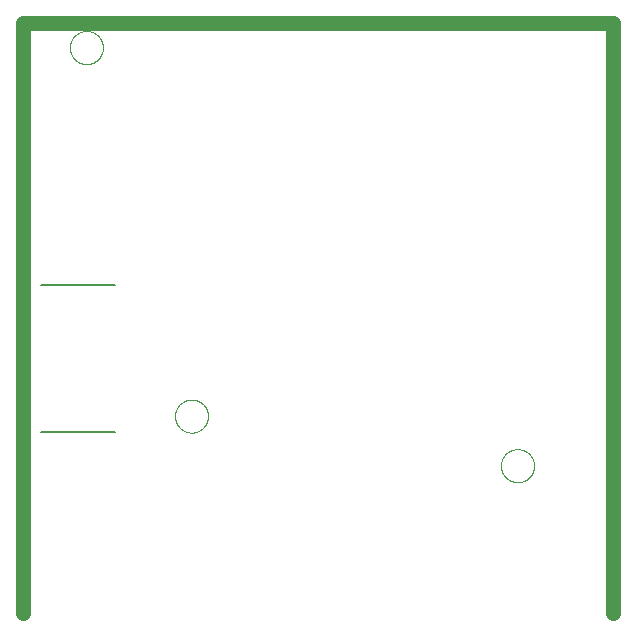
<source format=gbo>
G75*
%MOIN*%
%OFA0B0*%
%FSLAX25Y25*%
%IPPOS*%
%LPD*%
%AMOC8*
5,1,8,0,0,1.08239X$1,22.5*
%
%ADD10C,0.05000*%
%ADD11C,0.00000*%
%ADD12C,0.00500*%
D10*
X0012331Y0032803D02*
X0012331Y0229654D01*
X0209181Y0229654D01*
X0209181Y0032803D01*
D11*
X0171779Y0082016D02*
X0171781Y0082164D01*
X0171787Y0082312D01*
X0171797Y0082460D01*
X0171811Y0082607D01*
X0171829Y0082754D01*
X0171850Y0082900D01*
X0171876Y0083046D01*
X0171906Y0083191D01*
X0171939Y0083335D01*
X0171977Y0083478D01*
X0172018Y0083620D01*
X0172063Y0083761D01*
X0172111Y0083901D01*
X0172164Y0084040D01*
X0172220Y0084177D01*
X0172280Y0084312D01*
X0172343Y0084446D01*
X0172410Y0084578D01*
X0172481Y0084708D01*
X0172555Y0084836D01*
X0172632Y0084962D01*
X0172713Y0085086D01*
X0172797Y0085208D01*
X0172884Y0085327D01*
X0172975Y0085444D01*
X0173069Y0085559D01*
X0173165Y0085671D01*
X0173265Y0085781D01*
X0173367Y0085887D01*
X0173473Y0085991D01*
X0173581Y0086092D01*
X0173692Y0086190D01*
X0173805Y0086286D01*
X0173921Y0086378D01*
X0174039Y0086467D01*
X0174160Y0086552D01*
X0174283Y0086635D01*
X0174408Y0086714D01*
X0174535Y0086790D01*
X0174664Y0086862D01*
X0174795Y0086931D01*
X0174928Y0086996D01*
X0175063Y0087057D01*
X0175199Y0087115D01*
X0175336Y0087170D01*
X0175475Y0087220D01*
X0175616Y0087267D01*
X0175757Y0087310D01*
X0175900Y0087350D01*
X0176044Y0087385D01*
X0176188Y0087417D01*
X0176334Y0087444D01*
X0176480Y0087468D01*
X0176627Y0087488D01*
X0176774Y0087504D01*
X0176921Y0087516D01*
X0177069Y0087524D01*
X0177217Y0087528D01*
X0177365Y0087528D01*
X0177513Y0087524D01*
X0177661Y0087516D01*
X0177808Y0087504D01*
X0177955Y0087488D01*
X0178102Y0087468D01*
X0178248Y0087444D01*
X0178394Y0087417D01*
X0178538Y0087385D01*
X0178682Y0087350D01*
X0178825Y0087310D01*
X0178966Y0087267D01*
X0179107Y0087220D01*
X0179246Y0087170D01*
X0179383Y0087115D01*
X0179519Y0087057D01*
X0179654Y0086996D01*
X0179787Y0086931D01*
X0179918Y0086862D01*
X0180047Y0086790D01*
X0180174Y0086714D01*
X0180299Y0086635D01*
X0180422Y0086552D01*
X0180543Y0086467D01*
X0180661Y0086378D01*
X0180777Y0086286D01*
X0180890Y0086190D01*
X0181001Y0086092D01*
X0181109Y0085991D01*
X0181215Y0085887D01*
X0181317Y0085781D01*
X0181417Y0085671D01*
X0181513Y0085559D01*
X0181607Y0085444D01*
X0181698Y0085327D01*
X0181785Y0085208D01*
X0181869Y0085086D01*
X0181950Y0084962D01*
X0182027Y0084836D01*
X0182101Y0084708D01*
X0182172Y0084578D01*
X0182239Y0084446D01*
X0182302Y0084312D01*
X0182362Y0084177D01*
X0182418Y0084040D01*
X0182471Y0083901D01*
X0182519Y0083761D01*
X0182564Y0083620D01*
X0182605Y0083478D01*
X0182643Y0083335D01*
X0182676Y0083191D01*
X0182706Y0083046D01*
X0182732Y0082900D01*
X0182753Y0082754D01*
X0182771Y0082607D01*
X0182785Y0082460D01*
X0182795Y0082312D01*
X0182801Y0082164D01*
X0182803Y0082016D01*
X0182801Y0081868D01*
X0182795Y0081720D01*
X0182785Y0081572D01*
X0182771Y0081425D01*
X0182753Y0081278D01*
X0182732Y0081132D01*
X0182706Y0080986D01*
X0182676Y0080841D01*
X0182643Y0080697D01*
X0182605Y0080554D01*
X0182564Y0080412D01*
X0182519Y0080271D01*
X0182471Y0080131D01*
X0182418Y0079992D01*
X0182362Y0079855D01*
X0182302Y0079720D01*
X0182239Y0079586D01*
X0182172Y0079454D01*
X0182101Y0079324D01*
X0182027Y0079196D01*
X0181950Y0079070D01*
X0181869Y0078946D01*
X0181785Y0078824D01*
X0181698Y0078705D01*
X0181607Y0078588D01*
X0181513Y0078473D01*
X0181417Y0078361D01*
X0181317Y0078251D01*
X0181215Y0078145D01*
X0181109Y0078041D01*
X0181001Y0077940D01*
X0180890Y0077842D01*
X0180777Y0077746D01*
X0180661Y0077654D01*
X0180543Y0077565D01*
X0180422Y0077480D01*
X0180299Y0077397D01*
X0180174Y0077318D01*
X0180047Y0077242D01*
X0179918Y0077170D01*
X0179787Y0077101D01*
X0179654Y0077036D01*
X0179519Y0076975D01*
X0179383Y0076917D01*
X0179246Y0076862D01*
X0179107Y0076812D01*
X0178966Y0076765D01*
X0178825Y0076722D01*
X0178682Y0076682D01*
X0178538Y0076647D01*
X0178394Y0076615D01*
X0178248Y0076588D01*
X0178102Y0076564D01*
X0177955Y0076544D01*
X0177808Y0076528D01*
X0177661Y0076516D01*
X0177513Y0076508D01*
X0177365Y0076504D01*
X0177217Y0076504D01*
X0177069Y0076508D01*
X0176921Y0076516D01*
X0176774Y0076528D01*
X0176627Y0076544D01*
X0176480Y0076564D01*
X0176334Y0076588D01*
X0176188Y0076615D01*
X0176044Y0076647D01*
X0175900Y0076682D01*
X0175757Y0076722D01*
X0175616Y0076765D01*
X0175475Y0076812D01*
X0175336Y0076862D01*
X0175199Y0076917D01*
X0175063Y0076975D01*
X0174928Y0077036D01*
X0174795Y0077101D01*
X0174664Y0077170D01*
X0174535Y0077242D01*
X0174408Y0077318D01*
X0174283Y0077397D01*
X0174160Y0077480D01*
X0174039Y0077565D01*
X0173921Y0077654D01*
X0173805Y0077746D01*
X0173692Y0077842D01*
X0173581Y0077940D01*
X0173473Y0078041D01*
X0173367Y0078145D01*
X0173265Y0078251D01*
X0173165Y0078361D01*
X0173069Y0078473D01*
X0172975Y0078588D01*
X0172884Y0078705D01*
X0172797Y0078824D01*
X0172713Y0078946D01*
X0172632Y0079070D01*
X0172555Y0079196D01*
X0172481Y0079324D01*
X0172410Y0079454D01*
X0172343Y0079586D01*
X0172280Y0079720D01*
X0172220Y0079855D01*
X0172164Y0079992D01*
X0172111Y0080131D01*
X0172063Y0080271D01*
X0172018Y0080412D01*
X0171977Y0080554D01*
X0171939Y0080697D01*
X0171906Y0080841D01*
X0171876Y0080986D01*
X0171850Y0081132D01*
X0171829Y0081278D01*
X0171811Y0081425D01*
X0171797Y0081572D01*
X0171787Y0081720D01*
X0171781Y0081868D01*
X0171779Y0082016D01*
X0063118Y0098551D02*
X0063120Y0098699D01*
X0063126Y0098847D01*
X0063136Y0098995D01*
X0063150Y0099142D01*
X0063168Y0099289D01*
X0063189Y0099435D01*
X0063215Y0099581D01*
X0063245Y0099726D01*
X0063278Y0099870D01*
X0063316Y0100013D01*
X0063357Y0100155D01*
X0063402Y0100296D01*
X0063450Y0100436D01*
X0063503Y0100575D01*
X0063559Y0100712D01*
X0063619Y0100847D01*
X0063682Y0100981D01*
X0063749Y0101113D01*
X0063820Y0101243D01*
X0063894Y0101371D01*
X0063971Y0101497D01*
X0064052Y0101621D01*
X0064136Y0101743D01*
X0064223Y0101862D01*
X0064314Y0101979D01*
X0064408Y0102094D01*
X0064504Y0102206D01*
X0064604Y0102316D01*
X0064706Y0102422D01*
X0064812Y0102526D01*
X0064920Y0102627D01*
X0065031Y0102725D01*
X0065144Y0102821D01*
X0065260Y0102913D01*
X0065378Y0103002D01*
X0065499Y0103087D01*
X0065622Y0103170D01*
X0065747Y0103249D01*
X0065874Y0103325D01*
X0066003Y0103397D01*
X0066134Y0103466D01*
X0066267Y0103531D01*
X0066402Y0103592D01*
X0066538Y0103650D01*
X0066675Y0103705D01*
X0066814Y0103755D01*
X0066955Y0103802D01*
X0067096Y0103845D01*
X0067239Y0103885D01*
X0067383Y0103920D01*
X0067527Y0103952D01*
X0067673Y0103979D01*
X0067819Y0104003D01*
X0067966Y0104023D01*
X0068113Y0104039D01*
X0068260Y0104051D01*
X0068408Y0104059D01*
X0068556Y0104063D01*
X0068704Y0104063D01*
X0068852Y0104059D01*
X0069000Y0104051D01*
X0069147Y0104039D01*
X0069294Y0104023D01*
X0069441Y0104003D01*
X0069587Y0103979D01*
X0069733Y0103952D01*
X0069877Y0103920D01*
X0070021Y0103885D01*
X0070164Y0103845D01*
X0070305Y0103802D01*
X0070446Y0103755D01*
X0070585Y0103705D01*
X0070722Y0103650D01*
X0070858Y0103592D01*
X0070993Y0103531D01*
X0071126Y0103466D01*
X0071257Y0103397D01*
X0071386Y0103325D01*
X0071513Y0103249D01*
X0071638Y0103170D01*
X0071761Y0103087D01*
X0071882Y0103002D01*
X0072000Y0102913D01*
X0072116Y0102821D01*
X0072229Y0102725D01*
X0072340Y0102627D01*
X0072448Y0102526D01*
X0072554Y0102422D01*
X0072656Y0102316D01*
X0072756Y0102206D01*
X0072852Y0102094D01*
X0072946Y0101979D01*
X0073037Y0101862D01*
X0073124Y0101743D01*
X0073208Y0101621D01*
X0073289Y0101497D01*
X0073366Y0101371D01*
X0073440Y0101243D01*
X0073511Y0101113D01*
X0073578Y0100981D01*
X0073641Y0100847D01*
X0073701Y0100712D01*
X0073757Y0100575D01*
X0073810Y0100436D01*
X0073858Y0100296D01*
X0073903Y0100155D01*
X0073944Y0100013D01*
X0073982Y0099870D01*
X0074015Y0099726D01*
X0074045Y0099581D01*
X0074071Y0099435D01*
X0074092Y0099289D01*
X0074110Y0099142D01*
X0074124Y0098995D01*
X0074134Y0098847D01*
X0074140Y0098699D01*
X0074142Y0098551D01*
X0074140Y0098403D01*
X0074134Y0098255D01*
X0074124Y0098107D01*
X0074110Y0097960D01*
X0074092Y0097813D01*
X0074071Y0097667D01*
X0074045Y0097521D01*
X0074015Y0097376D01*
X0073982Y0097232D01*
X0073944Y0097089D01*
X0073903Y0096947D01*
X0073858Y0096806D01*
X0073810Y0096666D01*
X0073757Y0096527D01*
X0073701Y0096390D01*
X0073641Y0096255D01*
X0073578Y0096121D01*
X0073511Y0095989D01*
X0073440Y0095859D01*
X0073366Y0095731D01*
X0073289Y0095605D01*
X0073208Y0095481D01*
X0073124Y0095359D01*
X0073037Y0095240D01*
X0072946Y0095123D01*
X0072852Y0095008D01*
X0072756Y0094896D01*
X0072656Y0094786D01*
X0072554Y0094680D01*
X0072448Y0094576D01*
X0072340Y0094475D01*
X0072229Y0094377D01*
X0072116Y0094281D01*
X0072000Y0094189D01*
X0071882Y0094100D01*
X0071761Y0094015D01*
X0071638Y0093932D01*
X0071513Y0093853D01*
X0071386Y0093777D01*
X0071257Y0093705D01*
X0071126Y0093636D01*
X0070993Y0093571D01*
X0070858Y0093510D01*
X0070722Y0093452D01*
X0070585Y0093397D01*
X0070446Y0093347D01*
X0070305Y0093300D01*
X0070164Y0093257D01*
X0070021Y0093217D01*
X0069877Y0093182D01*
X0069733Y0093150D01*
X0069587Y0093123D01*
X0069441Y0093099D01*
X0069294Y0093079D01*
X0069147Y0093063D01*
X0069000Y0093051D01*
X0068852Y0093043D01*
X0068704Y0093039D01*
X0068556Y0093039D01*
X0068408Y0093043D01*
X0068260Y0093051D01*
X0068113Y0093063D01*
X0067966Y0093079D01*
X0067819Y0093099D01*
X0067673Y0093123D01*
X0067527Y0093150D01*
X0067383Y0093182D01*
X0067239Y0093217D01*
X0067096Y0093257D01*
X0066955Y0093300D01*
X0066814Y0093347D01*
X0066675Y0093397D01*
X0066538Y0093452D01*
X0066402Y0093510D01*
X0066267Y0093571D01*
X0066134Y0093636D01*
X0066003Y0093705D01*
X0065874Y0093777D01*
X0065747Y0093853D01*
X0065622Y0093932D01*
X0065499Y0094015D01*
X0065378Y0094100D01*
X0065260Y0094189D01*
X0065144Y0094281D01*
X0065031Y0094377D01*
X0064920Y0094475D01*
X0064812Y0094576D01*
X0064706Y0094680D01*
X0064604Y0094786D01*
X0064504Y0094896D01*
X0064408Y0095008D01*
X0064314Y0095123D01*
X0064223Y0095240D01*
X0064136Y0095359D01*
X0064052Y0095481D01*
X0063971Y0095605D01*
X0063894Y0095731D01*
X0063820Y0095859D01*
X0063749Y0095989D01*
X0063682Y0096121D01*
X0063619Y0096255D01*
X0063559Y0096390D01*
X0063503Y0096527D01*
X0063450Y0096666D01*
X0063402Y0096806D01*
X0063357Y0096947D01*
X0063316Y0097089D01*
X0063278Y0097232D01*
X0063245Y0097376D01*
X0063215Y0097521D01*
X0063189Y0097667D01*
X0063168Y0097813D01*
X0063150Y0097960D01*
X0063136Y0098107D01*
X0063126Y0098255D01*
X0063120Y0098403D01*
X0063118Y0098551D01*
X0028079Y0221386D02*
X0028081Y0221534D01*
X0028087Y0221682D01*
X0028097Y0221830D01*
X0028111Y0221977D01*
X0028129Y0222124D01*
X0028150Y0222270D01*
X0028176Y0222416D01*
X0028206Y0222561D01*
X0028239Y0222705D01*
X0028277Y0222848D01*
X0028318Y0222990D01*
X0028363Y0223131D01*
X0028411Y0223271D01*
X0028464Y0223410D01*
X0028520Y0223547D01*
X0028580Y0223682D01*
X0028643Y0223816D01*
X0028710Y0223948D01*
X0028781Y0224078D01*
X0028855Y0224206D01*
X0028932Y0224332D01*
X0029013Y0224456D01*
X0029097Y0224578D01*
X0029184Y0224697D01*
X0029275Y0224814D01*
X0029369Y0224929D01*
X0029465Y0225041D01*
X0029565Y0225151D01*
X0029667Y0225257D01*
X0029773Y0225361D01*
X0029881Y0225462D01*
X0029992Y0225560D01*
X0030105Y0225656D01*
X0030221Y0225748D01*
X0030339Y0225837D01*
X0030460Y0225922D01*
X0030583Y0226005D01*
X0030708Y0226084D01*
X0030835Y0226160D01*
X0030964Y0226232D01*
X0031095Y0226301D01*
X0031228Y0226366D01*
X0031363Y0226427D01*
X0031499Y0226485D01*
X0031636Y0226540D01*
X0031775Y0226590D01*
X0031916Y0226637D01*
X0032057Y0226680D01*
X0032200Y0226720D01*
X0032344Y0226755D01*
X0032488Y0226787D01*
X0032634Y0226814D01*
X0032780Y0226838D01*
X0032927Y0226858D01*
X0033074Y0226874D01*
X0033221Y0226886D01*
X0033369Y0226894D01*
X0033517Y0226898D01*
X0033665Y0226898D01*
X0033813Y0226894D01*
X0033961Y0226886D01*
X0034108Y0226874D01*
X0034255Y0226858D01*
X0034402Y0226838D01*
X0034548Y0226814D01*
X0034694Y0226787D01*
X0034838Y0226755D01*
X0034982Y0226720D01*
X0035125Y0226680D01*
X0035266Y0226637D01*
X0035407Y0226590D01*
X0035546Y0226540D01*
X0035683Y0226485D01*
X0035819Y0226427D01*
X0035954Y0226366D01*
X0036087Y0226301D01*
X0036218Y0226232D01*
X0036347Y0226160D01*
X0036474Y0226084D01*
X0036599Y0226005D01*
X0036722Y0225922D01*
X0036843Y0225837D01*
X0036961Y0225748D01*
X0037077Y0225656D01*
X0037190Y0225560D01*
X0037301Y0225462D01*
X0037409Y0225361D01*
X0037515Y0225257D01*
X0037617Y0225151D01*
X0037717Y0225041D01*
X0037813Y0224929D01*
X0037907Y0224814D01*
X0037998Y0224697D01*
X0038085Y0224578D01*
X0038169Y0224456D01*
X0038250Y0224332D01*
X0038327Y0224206D01*
X0038401Y0224078D01*
X0038472Y0223948D01*
X0038539Y0223816D01*
X0038602Y0223682D01*
X0038662Y0223547D01*
X0038718Y0223410D01*
X0038771Y0223271D01*
X0038819Y0223131D01*
X0038864Y0222990D01*
X0038905Y0222848D01*
X0038943Y0222705D01*
X0038976Y0222561D01*
X0039006Y0222416D01*
X0039032Y0222270D01*
X0039053Y0222124D01*
X0039071Y0221977D01*
X0039085Y0221830D01*
X0039095Y0221682D01*
X0039101Y0221534D01*
X0039103Y0221386D01*
X0039101Y0221238D01*
X0039095Y0221090D01*
X0039085Y0220942D01*
X0039071Y0220795D01*
X0039053Y0220648D01*
X0039032Y0220502D01*
X0039006Y0220356D01*
X0038976Y0220211D01*
X0038943Y0220067D01*
X0038905Y0219924D01*
X0038864Y0219782D01*
X0038819Y0219641D01*
X0038771Y0219501D01*
X0038718Y0219362D01*
X0038662Y0219225D01*
X0038602Y0219090D01*
X0038539Y0218956D01*
X0038472Y0218824D01*
X0038401Y0218694D01*
X0038327Y0218566D01*
X0038250Y0218440D01*
X0038169Y0218316D01*
X0038085Y0218194D01*
X0037998Y0218075D01*
X0037907Y0217958D01*
X0037813Y0217843D01*
X0037717Y0217731D01*
X0037617Y0217621D01*
X0037515Y0217515D01*
X0037409Y0217411D01*
X0037301Y0217310D01*
X0037190Y0217212D01*
X0037077Y0217116D01*
X0036961Y0217024D01*
X0036843Y0216935D01*
X0036722Y0216850D01*
X0036599Y0216767D01*
X0036474Y0216688D01*
X0036347Y0216612D01*
X0036218Y0216540D01*
X0036087Y0216471D01*
X0035954Y0216406D01*
X0035819Y0216345D01*
X0035683Y0216287D01*
X0035546Y0216232D01*
X0035407Y0216182D01*
X0035266Y0216135D01*
X0035125Y0216092D01*
X0034982Y0216052D01*
X0034838Y0216017D01*
X0034694Y0215985D01*
X0034548Y0215958D01*
X0034402Y0215934D01*
X0034255Y0215914D01*
X0034108Y0215898D01*
X0033961Y0215886D01*
X0033813Y0215878D01*
X0033665Y0215874D01*
X0033517Y0215874D01*
X0033369Y0215878D01*
X0033221Y0215886D01*
X0033074Y0215898D01*
X0032927Y0215914D01*
X0032780Y0215934D01*
X0032634Y0215958D01*
X0032488Y0215985D01*
X0032344Y0216017D01*
X0032200Y0216052D01*
X0032057Y0216092D01*
X0031916Y0216135D01*
X0031775Y0216182D01*
X0031636Y0216232D01*
X0031499Y0216287D01*
X0031363Y0216345D01*
X0031228Y0216406D01*
X0031095Y0216471D01*
X0030964Y0216540D01*
X0030835Y0216612D01*
X0030708Y0216688D01*
X0030583Y0216767D01*
X0030460Y0216850D01*
X0030339Y0216935D01*
X0030221Y0217024D01*
X0030105Y0217116D01*
X0029992Y0217212D01*
X0029881Y0217310D01*
X0029773Y0217411D01*
X0029667Y0217515D01*
X0029565Y0217621D01*
X0029465Y0217731D01*
X0029369Y0217843D01*
X0029275Y0217958D01*
X0029184Y0218075D01*
X0029097Y0218194D01*
X0029013Y0218316D01*
X0028932Y0218440D01*
X0028855Y0218566D01*
X0028781Y0218694D01*
X0028710Y0218824D01*
X0028643Y0218956D01*
X0028580Y0219090D01*
X0028520Y0219225D01*
X0028464Y0219362D01*
X0028411Y0219501D01*
X0028363Y0219641D01*
X0028318Y0219782D01*
X0028277Y0219924D01*
X0028239Y0220067D01*
X0028206Y0220211D01*
X0028176Y0220356D01*
X0028150Y0220502D01*
X0028129Y0220648D01*
X0028111Y0220795D01*
X0028097Y0220942D01*
X0028087Y0221090D01*
X0028081Y0221238D01*
X0028079Y0221386D01*
D12*
X0018394Y0142134D02*
X0043197Y0142134D01*
X0043197Y0093315D02*
X0018394Y0093315D01*
M02*

</source>
